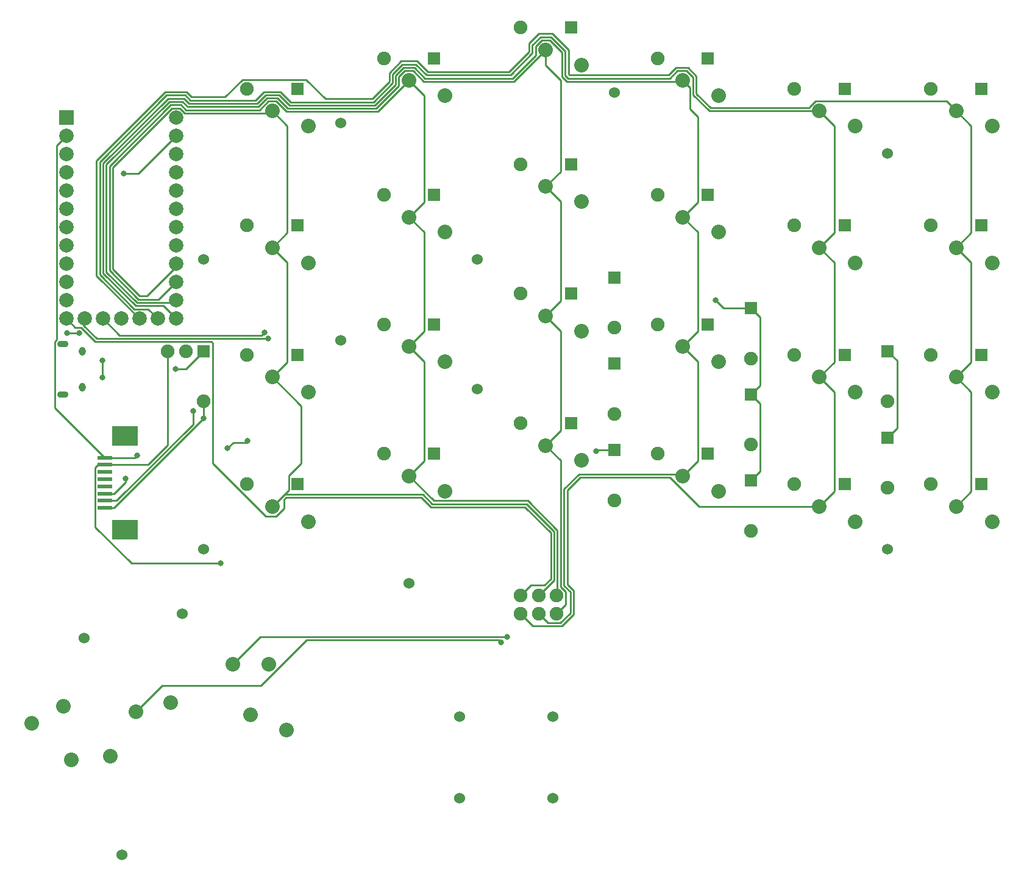
<source format=gbr>
%TF.GenerationSoftware,KiCad,Pcbnew,(6.0.4)*%
%TF.CreationDate,2023-12-12T22:18:02-08:00*%
%TF.ProjectId,keyboard,6b657962-6f61-4726-942e-6b696361645f,v1.0.0*%
%TF.SameCoordinates,Original*%
%TF.FileFunction,Copper,L2,Bot*%
%TF.FilePolarity,Positive*%
%FSLAX46Y46*%
G04 Gerber Fmt 4.6, Leading zero omitted, Abs format (unit mm)*
G04 Created by KiCad (PCBNEW (6.0.4)) date 2023-12-12 22:18:02*
%MOMM*%
%LPD*%
G01*
G04 APERTURE LIST*
%TA.AperFunction,ComponentPad*%
%ADD10C,2.032000*%
%TD*%
%TA.AperFunction,ComponentPad*%
%ADD11C,1.524000*%
%TD*%
%TA.AperFunction,ComponentPad*%
%ADD12C,1.905000*%
%TD*%
%TA.AperFunction,ComponentPad*%
%ADD13R,1.778000X1.778000*%
%TD*%
%TA.AperFunction,ComponentPad*%
%ADD14R,2.000000X2.000000*%
%TD*%
%TA.AperFunction,ComponentPad*%
%ADD15C,2.000000*%
%TD*%
%TA.AperFunction,ComponentPad*%
%ADD16O,1.550000X0.890000*%
%TD*%
%TA.AperFunction,ComponentPad*%
%ADD17O,0.950000X1.250000*%
%TD*%
%TA.AperFunction,SMDPad,CuDef*%
%ADD18R,2.000000X0.610000*%
%TD*%
%TA.AperFunction,SMDPad,CuDef*%
%ADD19R,3.600000X2.680000*%
%TD*%
%TA.AperFunction,ViaPad*%
%ADD20C,0.800000*%
%TD*%
%TA.AperFunction,Conductor*%
%ADD21C,0.250000*%
%TD*%
G04 APERTURE END LIST*
D10*
%TO.P,M2,1*%
%TO.N,B2*%
X131074261Y-172604805D03*
%TO.P,M2,2*%
%TO.N,mm_diode*%
X135925739Y-171395195D03*
%TD*%
D11*
%TO.P,,1*%
%TO.N,N/C*%
X235500000Y-150000000D03*
%TD*%
D12*
%TO.P,D28,1*%
%TO.N,inner_thumb*%
X235500000Y-141500000D03*
D13*
%TO.P,D28,2*%
%TO.N,B7*%
X235500000Y-134500000D03*
%TD*%
D11*
%TO.P,,1*%
%TO.N,N/C*%
X129125244Y-192496528D03*
%TD*%
D10*
%TO.P,S6,1*%
%TO.N,index_home*%
X174000000Y-123950000D03*
%TO.P,S6,2*%
%TO.N,B3*%
X169000000Y-121850000D03*
%TD*%
D12*
%TO.P,D16,1*%
%TO.N,ring_nums*%
X203500000Y-81750000D03*
D13*
%TO.P,D16,2*%
%TO.N,F7*%
X210500000Y-81750000D03*
%TD*%
D10*
%TO.P,S21,1*%
%TO.N,outer_bottom*%
X250000000Y-146200000D03*
%TO.P,S21,2*%
%TO.N,F1*%
X245000000Y-144100000D03*
%TD*%
%TO.P,S1,1*%
%TO.N,inner_bottom*%
X155000000Y-146200000D03*
%TO.P,S1,2*%
%TO.N,B1*%
X150000000Y-144100000D03*
%TD*%
D12*
%TO.P,D20,1*%
%TO.N,pinky_nums*%
X222500000Y-86000000D03*
D13*
%TO.P,D20,2*%
%TO.N,F7*%
X229500000Y-86000000D03*
%TD*%
D12*
%TO.P,D36,1*%
%TO.N,VCC*%
X140500000Y-129500000D03*
D13*
%TO.P,D36,2*%
%TO.N,D0*%
X140500000Y-122500000D03*
%TD*%
D12*
%TO.P,D17,1*%
%TO.N,pinky_bottom*%
X222500000Y-141000000D03*
D13*
%TO.P,D17,2*%
%TO.N,F4*%
X229500000Y-141000000D03*
%TD*%
D12*
%TO.P,D7,1*%
%TO.N,index_top*%
X165500000Y-100750000D03*
D13*
%TO.P,D7,2*%
%TO.N,F6*%
X172500000Y-100750000D03*
%TD*%
D12*
%TO.P,D35,0*%
%TO.N,F0*%
X184500000Y-159000000D03*
%TO.P,D35,1*%
%TO.N,B6*%
X187000000Y-159000000D03*
%TO.P,D35,2*%
%TO.N,B2*%
X189500000Y-159000000D03*
%TO.P,D35,3*%
%TO.N,B5*%
X184500000Y-156500000D03*
%TO.P,D35,4*%
%TO.N,B1*%
X187000000Y-156500000D03*
%TO.P,D35,5*%
%TO.N,B3*%
X189500000Y-156500000D03*
%TD*%
D11*
%TO.P,,1*%
%TO.N,N/C*%
X140500000Y-150000000D03*
%TD*%
D12*
%TO.P,D30,1*%
%TO.N,mm_diode*%
X216500000Y-135500000D03*
D13*
%TO.P,D30,2*%
%TO.N,B7*%
X216500000Y-128500000D03*
%TD*%
D11*
%TO.P,,1*%
%TO.N,N/C*%
X189000000Y-184700000D03*
%TD*%
%TO.P,,1*%
%TO.N,N/C*%
X159500000Y-121000000D03*
%TD*%
D12*
%TO.P,D8,1*%
%TO.N,index_nums*%
X165500000Y-81750000D03*
D13*
%TO.P,D8,2*%
%TO.N,F7*%
X172500000Y-81750000D03*
%TD*%
D10*
%TO.P,S22,1*%
%TO.N,outer_home*%
X250000000Y-128200000D03*
%TO.P,S22,2*%
%TO.N,F1*%
X245000000Y-126100000D03*
%TD*%
%TO.P,S16,1*%
%TO.N,ring_nums*%
X212000000Y-86950000D03*
%TO.P,S16,2*%
%TO.N,B6*%
X207000000Y-84850000D03*
%TD*%
D12*
%TO.P,D15,1*%
%TO.N,ring_top*%
X203500000Y-100750000D03*
D13*
%TO.P,D15,2*%
%TO.N,F6*%
X210500000Y-100750000D03*
%TD*%
D10*
%TO.P,S7,1*%
%TO.N,index_top*%
X174000000Y-105950000D03*
%TO.P,S7,2*%
%TO.N,B3*%
X169000000Y-103850000D03*
%TD*%
D12*
%TO.P,D33,1*%
%TO.N,VCC*%
X197500000Y-131250000D03*
D13*
%TO.P,D33,2*%
%TO.N,D2*%
X197500000Y-124250000D03*
%TD*%
D11*
%TO.P,,1*%
%TO.N,N/C*%
X176000000Y-173300000D03*
%TD*%
D10*
%TO.P,S11,1*%
%TO.N,middle_top*%
X193000000Y-101700000D03*
%TO.P,S11,2*%
%TO.N,B2*%
X188000000Y-99600000D03*
%TD*%
%TO.P,S23,1*%
%TO.N,outer_top*%
X250000000Y-110200000D03*
%TO.P,S23,2*%
%TO.N,F1*%
X245000000Y-108100000D03*
%TD*%
%TO.P,S18,1*%
%TO.N,pinky_home*%
X231000000Y-128200000D03*
%TO.P,S18,2*%
%TO.N,F0*%
X226000000Y-126100000D03*
%TD*%
%TO.P,S13,1*%
%TO.N,ring_bottom*%
X212000000Y-141950000D03*
%TO.P,S13,2*%
%TO.N,B6*%
X207000000Y-139850000D03*
%TD*%
D12*
%TO.P,D21,1*%
%TO.N,outer_bottom*%
X241500000Y-141000000D03*
D13*
%TO.P,D21,2*%
%TO.N,F4*%
X248500000Y-141000000D03*
%TD*%
D10*
%TO.P,S10,1*%
%TO.N,middle_home*%
X193000000Y-119700000D03*
%TO.P,S10,2*%
%TO.N,B2*%
X188000000Y-117600000D03*
%TD*%
D12*
%TO.P,D22,1*%
%TO.N,outer_home*%
X241500000Y-123000000D03*
D13*
%TO.P,D22,2*%
%TO.N,F5*%
X248500000Y-123000000D03*
%TD*%
D11*
%TO.P,,1*%
%TO.N,N/C*%
X178500000Y-127750000D03*
%TD*%
D10*
%TO.P,S19,1*%
%TO.N,pinky_top*%
X231000000Y-110200000D03*
%TO.P,S19,2*%
%TO.N,F0*%
X226000000Y-108100000D03*
%TD*%
D12*
%TO.P,D12,1*%
%TO.N,middle_nums*%
X184500000Y-77500000D03*
D13*
%TO.P,D12,2*%
%TO.N,F7*%
X191500000Y-77500000D03*
%TD*%
D11*
%TO.P,,1*%
%TO.N,N/C*%
X189000000Y-173300000D03*
%TD*%
%TO.P,,1*%
%TO.N,N/C*%
X140500000Y-109750000D03*
%TD*%
D10*
%TO.P,S4,1*%
%TO.N,inner_nums*%
X155000000Y-91200000D03*
%TO.P,S4,2*%
%TO.N,B1*%
X150000000Y-89100000D03*
%TD*%
%TO.P,S20,1*%
%TO.N,pinky_nums*%
X231000000Y-91200000D03*
%TO.P,S20,2*%
%TO.N,F0*%
X226000000Y-89100000D03*
%TD*%
%TO.P,S9,1*%
%TO.N,middle_bottom*%
X193000000Y-137700000D03*
%TO.P,S9,2*%
%TO.N,B2*%
X188000000Y-135600000D03*
%TD*%
D12*
%TO.P,D19,1*%
%TO.N,pinky_top*%
X222500000Y-105000000D03*
D13*
%TO.P,D19,2*%
%TO.N,F6*%
X229500000Y-105000000D03*
%TD*%
D11*
%TO.P,,1*%
%TO.N,N/C*%
X137500000Y-159000000D03*
%TD*%
D10*
%TO.P,S17,1*%
%TO.N,pinky_bottom*%
X231000000Y-146200000D03*
%TO.P,S17,2*%
%TO.N,F0*%
X226000000Y-144100000D03*
%TD*%
D12*
%TO.P,REF\u002A\u002A,1*%
%TO.N,VCC*%
X138000000Y-122500000D03*
%TD*%
D10*
%TO.P,S24,1*%
%TO.N,outer_nums*%
X250000000Y-91200000D03*
%TO.P,S24,2*%
%TO.N,F1*%
X245000000Y-89100000D03*
%TD*%
D12*
%TO.P,D1,1*%
%TO.N,inner_bottom*%
X146500000Y-141000000D03*
D13*
%TO.P,D1,2*%
%TO.N,F4*%
X153500000Y-141000000D03*
%TD*%
D10*
%TO.P,M3,1*%
%TO.N,mr_diode*%
X116589501Y-174245360D03*
%TO.P,M3,2*%
%TO.N,B1*%
X121004239Y-171898002D03*
%TD*%
%TO.P,S25,1*%
%TO.N,inner_thumb*%
X152000000Y-175200000D03*
%TO.P,S25,2*%
%TO.N,F0*%
X147000000Y-173100000D03*
%TD*%
%TO.P,S2,1*%
%TO.N,inner_home*%
X155000000Y-128200000D03*
%TO.P,S2,2*%
%TO.N,B1*%
X150000000Y-126100000D03*
%TD*%
D11*
%TO.P,,1*%
%TO.N,N/C*%
X197500000Y-86500000D03*
%TD*%
%TO.P,,1*%
%TO.N,N/C*%
X178500000Y-109750000D03*
%TD*%
D10*
%TO.P,S3,1*%
%TO.N,inner_top*%
X155000000Y-110200000D03*
%TO.P,S3,2*%
%TO.N,B1*%
X150000000Y-108100000D03*
%TD*%
%TO.P,S14,1*%
%TO.N,ring_home*%
X212000000Y-123950000D03*
%TO.P,S14,2*%
%TO.N,B6*%
X207000000Y-121850000D03*
%TD*%
D12*
%TO.P,D11,1*%
%TO.N,middle_top*%
X184500000Y-96500000D03*
D13*
%TO.P,D11,2*%
%TO.N,F6*%
X191500000Y-96500000D03*
%TD*%
D11*
%TO.P,,1*%
%TO.N,N/C*%
X159500000Y-90750000D03*
%TD*%
D10*
%TO.P,M1,1*%
%TO.N,B6*%
X144500000Y-166000000D03*
%TO.P,M1,2*%
%TO.N,ml_diode*%
X149500000Y-166000000D03*
%TD*%
%TO.P,S5,1*%
%TO.N,index_bottom*%
X174000000Y-141950000D03*
%TO.P,S5,2*%
%TO.N,B3*%
X169000000Y-139850000D03*
%TD*%
%TO.P,S26,1*%
%TO.N,far_thumb*%
X127530746Y-178847441D03*
%TO.P,S26,2*%
%TO.N,B3*%
X122130118Y-179340609D03*
%TD*%
D12*
%TO.P,D31,1*%
%TO.N,far_thumb*%
X216500000Y-147500000D03*
D13*
%TO.P,D31,2*%
%TO.N,B7*%
X216500000Y-140500000D03*
%TD*%
D12*
%TO.P,D6,1*%
%TO.N,index_home*%
X165500000Y-118750000D03*
D13*
%TO.P,D6,2*%
%TO.N,F5*%
X172500000Y-118750000D03*
%TD*%
D12*
%TO.P,D9,1*%
%TO.N,middle_bottom*%
X184500000Y-132500000D03*
D13*
%TO.P,D9,2*%
%TO.N,F4*%
X191500000Y-132500000D03*
%TD*%
D14*
%TO.P,,1*%
%TO.N,D3*%
X121380000Y-90030000D03*
D15*
%TO.P,,2*%
%TO.N,D2*%
X121380000Y-92570000D03*
%TO.P,,3*%
%TO.N,GND*%
X121380000Y-95110000D03*
%TO.P,,4*%
X121380000Y-97650000D03*
%TO.P,,5*%
%TO.N,D1*%
X121380000Y-100190000D03*
%TO.P,,6*%
%TO.N,D0*%
X121380000Y-102730000D03*
%TO.P,,7*%
%TO.N,D4*%
X121380000Y-105270000D03*
%TO.P,,8*%
%TO.N,C6*%
X121380000Y-107810000D03*
%TO.P,,9*%
%TO.N,D7*%
X121380000Y-110350000D03*
%TO.P,,10*%
%TO.N,E6*%
X121380000Y-112890000D03*
%TO.P,,11*%
%TO.N,B4*%
X121380000Y-115430000D03*
%TO.P,,12*%
%TO.N,B5*%
X121380000Y-117970000D03*
%TO.P,,13*%
%TO.N,B6*%
X136620000Y-117970000D03*
%TO.P,,14*%
%TO.N,B2*%
X136620000Y-115430000D03*
%TO.P,,15*%
%TO.N,B3*%
X136620000Y-112890000D03*
%TO.P,,16*%
%TO.N,B1*%
X136620000Y-110350000D03*
%TO.P,,17*%
%TO.N,F7*%
X136620000Y-107810000D03*
%TO.P,,18*%
%TO.N,F6*%
X136620000Y-105270000D03*
%TO.P,,19*%
%TO.N,F5*%
X136620000Y-102730000D03*
%TO.P,,20*%
%TO.N,F4*%
X136620000Y-100190000D03*
%TO.P,,21*%
%TO.N,VCC*%
X136620000Y-97650000D03*
%TO.P,,22*%
%TO.N,RST*%
X136620000Y-95110000D03*
%TO.P,,23*%
%TO.N,GND*%
X136620000Y-92570000D03*
%TO.P,,24*%
X136620000Y-90030000D03*
%TO.P,,25*%
%TO.N,B7*%
X123920000Y-117970000D03*
%TO.P,,26*%
%TO.N,D5*%
X126460000Y-117970000D03*
%TO.P,,27*%
%TO.N,C7*%
X129000000Y-117970000D03*
%TO.P,,28*%
%TO.N,F1*%
X131540000Y-117970000D03*
%TO.P,,29*%
%TO.N,F0*%
X134080000Y-117970000D03*
%TD*%
D10*
%TO.P,S15,1*%
%TO.N,ring_top*%
X212000000Y-105950000D03*
%TO.P,S15,2*%
%TO.N,B6*%
X207000000Y-103850000D03*
%TD*%
D16*
%TO.P,,6*%
%TO.N,N/C*%
X120900000Y-121500000D03*
D17*
X123600000Y-122500000D03*
D16*
X120900000Y-128500000D03*
D17*
X123600000Y-127500000D03*
%TD*%
D12*
%TO.P,D13,1*%
%TO.N,ring_bottom*%
X203500000Y-136750000D03*
D13*
%TO.P,D13,2*%
%TO.N,F4*%
X210500000Y-136750000D03*
%TD*%
D12*
%TO.P,D4,1*%
%TO.N,inner_nums*%
X146500000Y-86000000D03*
D13*
%TO.P,D4,2*%
%TO.N,F7*%
X153500000Y-86000000D03*
%TD*%
D12*
%TO.P,D32,1*%
%TO.N,trackpoint_reset*%
X197500000Y-143250000D03*
D13*
%TO.P,D32,2*%
%TO.N,GND*%
X197500000Y-136250000D03*
%TD*%
D12*
%TO.P,D3,1*%
%TO.N,inner_top*%
X146500000Y-105000000D03*
D13*
%TO.P,D3,2*%
%TO.N,F6*%
X153500000Y-105000000D03*
%TD*%
D11*
%TO.P,,1*%
%TO.N,N/C*%
X235500000Y-95000000D03*
%TD*%
%TO.P,,1*%
%TO.N,N/C*%
X176000000Y-184700000D03*
%TD*%
D12*
%TO.P,D24,1*%
%TO.N,outer_nums*%
X241500000Y-86000000D03*
D13*
%TO.P,D24,2*%
%TO.N,F7*%
X248500000Y-86000000D03*
%TD*%
D12*
%TO.P,D10,1*%
%TO.N,middle_home*%
X184500000Y-114500000D03*
D13*
%TO.P,D10,2*%
%TO.N,F5*%
X191500000Y-114500000D03*
%TD*%
D12*
%TO.P,D27,1*%
%TO.N,ml_diode*%
X235500000Y-129500000D03*
D13*
%TO.P,D27,2*%
%TO.N,B7*%
X235500000Y-122500000D03*
%TD*%
D12*
%TO.P,D29,1*%
%TO.N,mr_diode*%
X216500000Y-123500000D03*
D13*
%TO.P,D29,2*%
%TO.N,B7*%
X216500000Y-116500000D03*
%TD*%
D11*
%TO.P,,1*%
%TO.N,N/C*%
X169000000Y-154750000D03*
%TD*%
D12*
%TO.P,D23,1*%
%TO.N,outer_top*%
X241500000Y-105000000D03*
D13*
%TO.P,D23,2*%
%TO.N,F6*%
X248500000Y-105000000D03*
%TD*%
D12*
%TO.P,D14,1*%
%TO.N,ring_home*%
X203500000Y-118750000D03*
D13*
%TO.P,D14,2*%
%TO.N,F5*%
X210500000Y-118750000D03*
%TD*%
D12*
%TO.P,D18,1*%
%TO.N,pinky_home*%
X222500000Y-123000000D03*
D13*
%TO.P,D18,2*%
%TO.N,F5*%
X229500000Y-123000000D03*
%TD*%
D10*
%TO.P,S12,1*%
%TO.N,middle_nums*%
X193000000Y-82700000D03*
%TO.P,S12,2*%
%TO.N,B2*%
X188000000Y-80600000D03*
%TD*%
D12*
%TO.P,D2,1*%
%TO.N,inner_home*%
X146500000Y-123000000D03*
D13*
%TO.P,D2,2*%
%TO.N,F5*%
X153500000Y-123000000D03*
%TD*%
D12*
%TO.P,D5,1*%
%TO.N,index_bottom*%
X165500000Y-136750000D03*
D13*
%TO.P,D5,2*%
%TO.N,F4*%
X172500000Y-136750000D03*
%TD*%
D10*
%TO.P,S8,1*%
%TO.N,index_nums*%
X174000000Y-86950000D03*
%TO.P,S8,2*%
%TO.N,B3*%
X169000000Y-84850000D03*
%TD*%
D11*
%TO.P,,1*%
%TO.N,N/C*%
X123898571Y-162431068D03*
%TD*%
D12*
%TO.P,D34,1*%
%TO.N,VCC*%
X197500000Y-119250000D03*
D13*
%TO.P,D34,2*%
%TO.N,D5*%
X197500000Y-112250000D03*
%TD*%
D12*
%TO.P,REF\u002A\u002A,1*%
%TO.N,trackpoint_reset*%
X135500000Y-122500000D03*
%TD*%
D18*
%TO.P,,1*%
%TO.N,D2*%
X126750000Y-137300000D03*
%TO.P,,2*%
%TO.N,trackpoint_reset*%
X126750000Y-138300000D03*
%TO.P,,3*%
%TO.N,N/C*%
X126750000Y-139300000D03*
%TO.P,,4*%
X126750000Y-140300000D03*
%TO.P,,5*%
X126750000Y-141300000D03*
%TO.P,,6*%
%TO.N,D5*%
X126750000Y-142300000D03*
%TO.P,,7*%
%TO.N,GND*%
X126750000Y-143300000D03*
%TO.P,,8*%
%TO.N,VCC*%
X126750000Y-144300000D03*
D19*
%TO.P,,MP*%
%TO.N,N/C*%
X129550000Y-147290000D03*
X129550000Y-134310000D03*
%TD*%
D20*
%TO.N,B2*%
X181800000Y-163000000D03*
%TO.N,B6*%
X182600000Y-162200000D03*
%TO.N,B7*%
X211600000Y-115400000D03*
X149449520Y-120750480D03*
%TO.N,GND*%
X129400000Y-97800000D03*
X195000000Y-136400000D03*
X139022989Y-130777011D03*
%TO.N,VCC*%
X140500000Y-131800000D03*
%TO.N,D2*%
X143800000Y-136000000D03*
X146600000Y-135000000D03*
X131200000Y-137000000D03*
%TO.N,D1*%
X123200000Y-120000000D03*
X121534528Y-120019011D03*
%TO.N,D0*%
X136600000Y-125000000D03*
%TO.N,D5*%
X148935925Y-119893027D03*
X126400000Y-126174020D03*
X129600000Y-140200000D03*
X126400000Y-123825980D03*
%TO.N,trackpoint_reset*%
X142800000Y-152000000D03*
%TD*%
D21*
%TO.N,B1*%
X150000000Y-89100000D02*
X152089021Y-91189021D01*
X136620000Y-110780000D02*
X136620000Y-110350000D01*
X150000000Y-108100000D02*
X152089021Y-110189021D01*
X152286489Y-139786489D02*
X152286489Y-141813511D01*
X127847600Y-111099010D02*
X131595999Y-114847409D01*
X170914283Y-142400000D02*
X151700000Y-142400000D01*
X150000000Y-89100000D02*
X149700000Y-89400000D01*
X172254314Y-143740031D02*
X170914283Y-142400000D01*
X151700000Y-142400000D02*
X150000000Y-144100000D01*
X132552591Y-114847409D02*
X136620000Y-110780000D01*
X137168632Y-88705489D02*
X136071368Y-88705489D01*
X154000000Y-138072978D02*
X152286489Y-139786489D01*
X136071368Y-88705489D02*
X127847600Y-96929257D01*
X152089021Y-106010979D02*
X150000000Y-108100000D01*
X187000000Y-156500000D02*
X189150480Y-154349520D01*
X149700000Y-89400000D02*
X137863143Y-89400000D01*
X137863143Y-89400000D02*
X137168632Y-88705489D01*
X185304313Y-143740031D02*
X172254314Y-143740031D01*
X152089021Y-110189021D02*
X152089021Y-124010979D01*
X154000000Y-130100000D02*
X154000000Y-138072978D01*
X152089021Y-91189021D02*
X152089021Y-106010979D01*
X189150480Y-154349520D02*
X189150480Y-147586198D01*
X127847600Y-96929257D02*
X127847600Y-111099010D01*
X131595999Y-114847409D02*
X132552591Y-114847409D01*
X152286489Y-141813511D02*
X150000000Y-144100000D01*
X152089021Y-124010979D02*
X150000000Y-126100000D01*
X189150480Y-147586198D02*
X185304313Y-143740031D01*
X150000000Y-126100000D02*
X154000000Y-130100000D01*
%TO.N,B3*%
X138049341Y-88950480D02*
X137354829Y-88255969D01*
X171089021Y-86939021D02*
X169000000Y-84850000D01*
X171089021Y-105939021D02*
X169000000Y-103850000D01*
X189600000Y-147400000D02*
X185490511Y-143290511D01*
X169000000Y-84850000D02*
X164650000Y-89200000D01*
X127398080Y-96743060D02*
X127398080Y-111285208D01*
X185490511Y-143290511D02*
X172440511Y-143290511D01*
X164650000Y-89200000D02*
X151995770Y-89200000D01*
X171089021Y-123939021D02*
X169000000Y-121850000D01*
X149444741Y-87759489D02*
X148253750Y-88950480D01*
X127398080Y-111285208D02*
X131409801Y-115296929D01*
X189500000Y-156500000D02*
X189600000Y-156400000D01*
X189600000Y-156400000D02*
X189600000Y-147400000D01*
X172440511Y-143290511D02*
X169000000Y-139850000D01*
X171089021Y-137760979D02*
X171089021Y-123939021D01*
X169000000Y-121850000D02*
X171089021Y-119760979D01*
X131409801Y-115296929D02*
X134213071Y-115296929D01*
X134213071Y-115296929D02*
X136620000Y-112890000D01*
X169000000Y-103850000D02*
X171089021Y-101760979D01*
X135885171Y-88255969D02*
X127398080Y-96743060D01*
X171089021Y-119760979D02*
X171089021Y-105939021D01*
X169000000Y-139850000D02*
X171089021Y-137760979D01*
X148253750Y-88950480D02*
X138049341Y-88950480D01*
X171089021Y-101760979D02*
X171089021Y-86939021D01*
X150555259Y-87759489D02*
X149444741Y-87759489D01*
X151995770Y-89200000D02*
X150555259Y-87759489D01*
X137354829Y-88255969D02*
X135885171Y-88255969D01*
%TO.N,B2*%
X183600000Y-85000000D02*
X171045770Y-85000000D01*
X181800000Y-163000000D02*
X181449520Y-162649520D01*
X154750480Y-162649520D02*
X148400000Y-169000000D01*
X136303551Y-115746449D02*
X136620000Y-115430000D01*
X148067552Y-88500960D02*
X138235538Y-88500960D01*
X189500000Y-159000000D02*
X190777011Y-157722989D01*
X190089021Y-133510979D02*
X188000000Y-135600000D01*
X168444741Y-83509489D02*
X167600000Y-84354230D01*
X190777011Y-157722989D02*
X190777011Y-155971044D01*
X188000000Y-82733008D02*
X190089021Y-84822029D01*
X190089023Y-154910659D02*
X190089021Y-137689021D01*
X190089021Y-97510979D02*
X188000000Y-99600000D01*
X188000000Y-80600000D02*
X183600000Y-85000000D01*
X148400000Y-169000000D02*
X134679066Y-169000000D01*
X134679066Y-169000000D02*
X131074261Y-172604805D01*
X135698973Y-87806449D02*
X126948560Y-96556862D01*
X171045770Y-85000000D02*
X169555259Y-83509489D01*
X188000000Y-80600000D02*
X188000000Y-82733008D01*
X190777011Y-155971044D02*
X190089022Y-155283054D01*
X181449520Y-162649520D02*
X154750480Y-162649520D01*
X152181967Y-88750480D02*
X150741456Y-87309969D01*
X190089022Y-155283054D02*
X190089023Y-154910659D01*
X126948560Y-111471406D02*
X131223603Y-115746449D01*
X190089021Y-119689021D02*
X190089021Y-133510979D01*
X164463802Y-88750480D02*
X152181967Y-88750480D01*
X126948560Y-96556862D02*
X126948560Y-111471406D01*
X150741456Y-87309969D02*
X149258543Y-87309969D01*
X167600000Y-84354230D02*
X167600000Y-85614282D01*
X149258543Y-87309969D02*
X148067552Y-88500960D01*
X188000000Y-117600000D02*
X190089021Y-119689021D01*
X190089021Y-101689021D02*
X190089021Y-115510979D01*
X138235538Y-88500960D02*
X137541026Y-87806449D01*
X137541026Y-87806449D02*
X135698973Y-87806449D01*
X190089021Y-137689021D02*
X188000000Y-135600000D01*
X167600000Y-85614282D02*
X164463802Y-88750480D01*
X190089021Y-84822029D02*
X190089021Y-97510979D01*
X169555259Y-83509489D02*
X168444741Y-83509489D01*
X131223603Y-115746449D02*
X136303551Y-115746449D01*
X190089021Y-115510979D02*
X188000000Y-117600000D01*
X188000000Y-99600000D02*
X190089021Y-101689021D01*
%TO.N,B6*%
X187444741Y-79259489D02*
X186582141Y-80122089D01*
X152368165Y-88300960D02*
X150927654Y-86860449D01*
X169741456Y-83059969D02*
X168258544Y-83059969D01*
X206850000Y-85000000D02*
X190902710Y-85000000D01*
X131037405Y-116195969D02*
X134845969Y-116195969D01*
X144500000Y-166000000D02*
X148300000Y-162200000D01*
X126499040Y-96370664D02*
X126499040Y-111657604D01*
X209089021Y-119760979D02*
X209089021Y-105939021D01*
X171231968Y-84550480D02*
X169741456Y-83059969D01*
X207000000Y-103850000D02*
X209089021Y-101760979D01*
X167150480Y-84168033D02*
X167150480Y-85400000D01*
X147881354Y-88051440D02*
X138421736Y-88051440D01*
X167150480Y-85400000D02*
X164249520Y-88300960D01*
X150927654Y-86860449D02*
X149072345Y-86860449D01*
X209089021Y-89884698D02*
X208000000Y-88795677D01*
X186582141Y-81382141D02*
X183413802Y-84550480D01*
X148300000Y-162200000D02*
X182600000Y-162200000D01*
X192600000Y-139600000D02*
X206750000Y-139600000D01*
X190538541Y-141661459D02*
X192600000Y-139600000D01*
X190538542Y-155096857D02*
X190538541Y-141661459D01*
X191400000Y-155958316D02*
X190538542Y-155096857D01*
X137727224Y-87356929D02*
X135512775Y-87356929D01*
X149072345Y-86860449D02*
X147881354Y-88051440D01*
X186582141Y-80122089D02*
X186582141Y-81382141D01*
X190028956Y-160277011D02*
X191400000Y-158905967D01*
X207000000Y-121850000D02*
X209089021Y-119760979D01*
X183413802Y-84550480D02*
X171231968Y-84550480D01*
X138421736Y-88051440D02*
X137727224Y-87356929D01*
X188277011Y-160277011D02*
X190028956Y-160277011D01*
X209089021Y-137760979D02*
X209089021Y-123939021D01*
X164249520Y-88300960D02*
X152368165Y-88300960D01*
X209089021Y-101760979D02*
X209089021Y-89884698D01*
X126499040Y-111657604D02*
X131037405Y-116195969D01*
X206750000Y-139600000D02*
X207000000Y-139850000D01*
X209089021Y-123939021D02*
X207000000Y-121850000D01*
X190902710Y-85000000D02*
X190261992Y-84359281D01*
X208000000Y-85850000D02*
X207000000Y-84850000D01*
X168258544Y-83059969D02*
X167150480Y-84168033D01*
X209089021Y-105939021D02*
X207000000Y-103850000D01*
X190261992Y-84359281D02*
X190261992Y-80966222D01*
X135512775Y-87356929D02*
X126499040Y-96370664D01*
X191400000Y-158905967D02*
X191400000Y-155958316D01*
X190261992Y-80966222D02*
X188555259Y-79259489D01*
X208000000Y-88795677D02*
X208000000Y-85850000D01*
X207000000Y-84850000D02*
X206850000Y-85000000D01*
X188555259Y-79259489D02*
X187444741Y-79259489D01*
X134845969Y-116195969D02*
X136620000Y-117970000D01*
X187000000Y-159000000D02*
X188277011Y-160277011D01*
X207000000Y-139850000D02*
X209089021Y-137760979D01*
%TO.N,F0*%
X132755489Y-116645489D02*
X134080000Y-117970000D01*
X191849520Y-155772118D02*
X190988062Y-154910660D01*
X187258543Y-78809969D02*
X186132621Y-79935892D01*
X226000000Y-126100000D02*
X228089021Y-128189021D01*
X206290991Y-83509489D02*
X205250000Y-84550480D01*
X208449520Y-84403750D02*
X207555259Y-83509489D01*
X186226531Y-160726531D02*
X190215153Y-160726531D01*
X186132621Y-79935892D02*
X186132621Y-81067379D01*
X207555259Y-83509489D02*
X206290991Y-83509489D01*
X186132621Y-81067379D02*
X183099040Y-84100960D01*
X168072346Y-82610449D02*
X166700960Y-83981836D01*
X148622825Y-86674252D02*
X147695157Y-87601920D01*
X205249520Y-140049520D02*
X209300000Y-144100000D01*
X191088908Y-84550480D02*
X190711512Y-84173084D01*
X166700960Y-83981836D02*
X166700960Y-85213802D01*
X205250000Y-84550480D02*
X191088908Y-84550480D01*
X152554363Y-87851440D02*
X151113851Y-86410929D01*
X184500000Y-159000000D02*
X186226531Y-160726531D01*
X137000000Y-86907410D02*
X135326577Y-86907409D01*
X147695157Y-87601920D02*
X138607932Y-87601920D01*
X208449520Y-86849520D02*
X208449520Y-84403750D01*
X169927653Y-82610449D02*
X168072346Y-82610449D01*
X164063322Y-87851440D02*
X152554363Y-87851440D01*
X183099040Y-84100960D02*
X171418166Y-84100960D01*
X126049520Y-111843802D02*
X130851207Y-116645489D01*
X190988062Y-141847656D02*
X192786198Y-140049520D01*
X226000000Y-89100000D02*
X228089021Y-91189021D01*
X191849520Y-159092164D02*
X191849520Y-155772118D01*
X226000000Y-89100000D02*
X210700000Y-89100000D01*
X192786198Y-140049520D02*
X205249520Y-140049520D01*
X135326577Y-86907409D02*
X126049520Y-96184466D01*
X209300000Y-144100000D02*
X226000000Y-144100000D01*
X190711512Y-84173084D02*
X190711512Y-80780026D01*
X228089021Y-128189021D02*
X228089021Y-142010979D01*
X151113851Y-86410929D02*
X148886147Y-86410929D01*
X138607932Y-87601920D02*
X137913421Y-86907409D01*
X166700960Y-85213802D02*
X164063322Y-87851440D01*
X228089021Y-142010979D02*
X226000000Y-144100000D01*
X190711512Y-80780026D02*
X188741455Y-78809969D01*
X137913421Y-86907409D02*
X137000000Y-86907410D01*
X190988062Y-154910660D02*
X190988062Y-141847656D01*
X228089021Y-106010979D02*
X226000000Y-108100000D01*
X228089021Y-124010979D02*
X226000000Y-126100000D01*
X188741455Y-78809969D02*
X187258543Y-78809969D01*
X171418166Y-84100960D02*
X169927653Y-82610449D01*
X148886147Y-86410929D02*
X148622825Y-86674252D01*
X228089021Y-110189021D02*
X228089021Y-124010979D01*
X130851207Y-116645489D02*
X132755489Y-116645489D01*
X190215153Y-160726531D02*
X191849520Y-159092164D01*
X226000000Y-108100000D02*
X228089021Y-110189021D01*
X228089021Y-91189021D02*
X228089021Y-106010979D01*
X210700000Y-89100000D02*
X208449520Y-86849520D01*
X126049520Y-96184466D02*
X126049520Y-111843802D01*
%TO.N,F1*%
X188927652Y-78360449D02*
X187039551Y-78360449D01*
X191161032Y-83986886D02*
X191161032Y-80593829D01*
X243659489Y-87759489D02*
X225444741Y-87759489D01*
X245000000Y-89100000D02*
X243659489Y-87759489D01*
X210886198Y-88650480D02*
X208899040Y-86663322D01*
X143447600Y-87152400D02*
X138794130Y-87152400D01*
X245000000Y-108100000D02*
X247089021Y-106010979D01*
X170113850Y-82160929D02*
X167886148Y-82160930D01*
X245000000Y-144100000D02*
X247089021Y-142010979D01*
X185683101Y-79716899D02*
X185683101Y-80881181D01*
X191275106Y-84100960D02*
X191161032Y-83986886D01*
X191161032Y-80593829D02*
X188927652Y-78360449D01*
X138099619Y-86457889D02*
X135140380Y-86457889D01*
X207741457Y-83059969D02*
X206090991Y-83059969D01*
X135140380Y-86457889D02*
X125600000Y-95998269D01*
X224600000Y-88650480D02*
X210886198Y-88650480D01*
X247089021Y-91189021D02*
X245000000Y-89100000D01*
X125600000Y-95998269D02*
X125600000Y-112030000D01*
X247089021Y-124010979D02*
X247089021Y-110189021D01*
X182912842Y-83651440D02*
X171604363Y-83651440D01*
X206090991Y-83059969D02*
X205050000Y-84100960D01*
X208899040Y-86663322D02*
X208899040Y-84217552D01*
X157401920Y-87401920D02*
X154722989Y-84722989D01*
X185683101Y-80881181D02*
X182912842Y-83651440D01*
X247089021Y-128189021D02*
X245000000Y-126100000D01*
X154722989Y-84722989D02*
X145877011Y-84722989D01*
X125600000Y-112030000D02*
X131540000Y-117970000D01*
X171604363Y-83651440D02*
X170113850Y-82160929D01*
X166251440Y-85027604D02*
X163877124Y-87401920D01*
X224600000Y-88604230D02*
X224600000Y-88650480D01*
X145877011Y-84722989D02*
X143447600Y-87152400D01*
X138794130Y-87152400D02*
X138099619Y-86457889D01*
X247089021Y-142010979D02*
X247089021Y-128189021D01*
X208899040Y-84217552D02*
X207741457Y-83059969D01*
X247089021Y-106010979D02*
X247089021Y-91189021D01*
X163877124Y-87401920D02*
X157401920Y-87401920D01*
X245000000Y-126100000D02*
X247089021Y-124010979D01*
X166251440Y-83795639D02*
X166251440Y-85027604D01*
X247089021Y-110189021D02*
X245000000Y-108100000D01*
X205050000Y-84100960D02*
X191275106Y-84100960D01*
X187039551Y-78360449D02*
X185683101Y-79716899D01*
X225444741Y-87759489D02*
X224600000Y-88604230D01*
X167886148Y-82160930D02*
X166251440Y-83795639D01*
%TO.N,B7*%
X236777011Y-123777011D02*
X235500000Y-122500000D01*
X236777011Y-133222989D02*
X236777011Y-123777011D01*
X125610812Y-120750480D02*
X149449520Y-120750480D01*
X217777011Y-129777011D02*
X216500000Y-128500000D01*
X216500000Y-140500000D02*
X217777011Y-139222989D01*
X217777011Y-117777011D02*
X216500000Y-116500000D01*
X212700000Y-116500000D02*
X216500000Y-116500000D01*
X211600000Y-115400000D02*
X212700000Y-116500000D01*
X217777011Y-139222989D02*
X217777011Y-129777011D01*
X123800000Y-118939668D02*
X125610812Y-120750480D01*
X216500000Y-128500000D02*
X217777011Y-127222989D01*
X217777011Y-127222989D02*
X217777011Y-117777011D01*
X123920000Y-117970000D02*
X123800000Y-118090000D01*
X123800000Y-118090000D02*
X123800000Y-118939668D01*
X235500000Y-134500000D02*
X236777011Y-133222989D01*
%TO.N,GND*%
X139022989Y-132641293D02*
X128364282Y-143300000D01*
X131390000Y-97800000D02*
X136620000Y-92570000D01*
X129400000Y-97800000D02*
X131390000Y-97800000D01*
X128364282Y-143300000D02*
X126750000Y-143300000D01*
X139022989Y-130777011D02*
X139022989Y-132641293D01*
X195000000Y-136400000D02*
X195150000Y-136250000D01*
X195150000Y-136250000D02*
X197500000Y-136250000D01*
%TO.N,VCC*%
X140500000Y-131800000D02*
X128000000Y-144300000D01*
X140500000Y-129500000D02*
X140500000Y-131800000D01*
X128000000Y-144300000D02*
X126750000Y-144300000D01*
%TO.N,D2*%
X119800480Y-130350480D02*
X119800480Y-121181255D01*
X126750000Y-137300000D02*
X119800480Y-130350480D01*
X146400000Y-135200000D02*
X146600000Y-135000000D01*
X131200000Y-137000000D02*
X130900000Y-137300000D01*
X130900000Y-137300000D02*
X126750000Y-137300000D01*
X144600000Y-135200000D02*
X146400000Y-135200000D01*
X120055489Y-93894511D02*
X121380000Y-92570000D01*
X143800000Y-136000000D02*
X144600000Y-135200000D01*
X119800480Y-121181255D02*
X120055489Y-120926246D01*
X120055489Y-120926246D02*
X120055489Y-93894511D01*
%TO.N,D1*%
X123180989Y-120019011D02*
X123200000Y-120000000D01*
X121534528Y-120019011D02*
X123180989Y-120019011D01*
%TO.N,D0*%
X136600000Y-125000000D02*
X138000000Y-125000000D01*
X138000000Y-125000000D02*
X140500000Y-122500000D01*
%TO.N,B5*%
X151886198Y-142849520D02*
X151600000Y-143135718D01*
X123424614Y-119200000D02*
X122610000Y-119200000D01*
X151600000Y-143135718D02*
X151600000Y-144395770D01*
X185118115Y-144189551D02*
X172068116Y-144189551D01*
X149134544Y-145440511D02*
X141777011Y-138082978D01*
X170728085Y-142849520D02*
X151886198Y-142849520D01*
X150555259Y-145440511D02*
X149134544Y-145440511D01*
X141777011Y-121377011D02*
X141600000Y-121200000D01*
X188700960Y-154163322D02*
X188700960Y-147772396D01*
X141777011Y-138082978D02*
X141777011Y-121377011D01*
X184500000Y-156500000D02*
X185967859Y-155032141D01*
X172068116Y-144189551D02*
X170728085Y-142849520D01*
X122610000Y-119200000D02*
X121380000Y-117970000D01*
X125424614Y-121200000D02*
X123424614Y-119200000D01*
X185967859Y-155032141D02*
X187832141Y-155032141D01*
X188700960Y-147772396D02*
X185118115Y-144189551D01*
X187832141Y-155032141D02*
X188700960Y-154163322D01*
X141600000Y-121200000D02*
X125424614Y-121200000D01*
X151600000Y-144395770D02*
X150555259Y-145440511D01*
%TO.N,D5*%
X148527992Y-120300960D02*
X128790960Y-120300960D01*
X128790960Y-120300960D02*
X126460000Y-117970000D01*
X148935925Y-119893027D02*
X148527992Y-120300960D01*
X129600000Y-140700000D02*
X129600000Y-140200000D01*
X126750000Y-142300000D02*
X128000000Y-142300000D01*
X126400000Y-126174020D02*
X126400000Y-123825980D01*
X128000000Y-142300000D02*
X129600000Y-140700000D01*
%TO.N,trackpoint_reset*%
X132728564Y-138300000D02*
X135500000Y-135528564D01*
X126750000Y-138300000D02*
X132728564Y-138300000D01*
X125425489Y-138670489D02*
X125795978Y-138300000D01*
X125795978Y-138300000D02*
X126750000Y-138300000D01*
X135500000Y-135528564D02*
X135500000Y-122500000D01*
X142800000Y-152000000D02*
X130470978Y-152000000D01*
X130470978Y-152000000D02*
X125425489Y-146954511D01*
X125425489Y-146954511D02*
X125425489Y-138670489D01*
%TD*%
M02*

</source>
